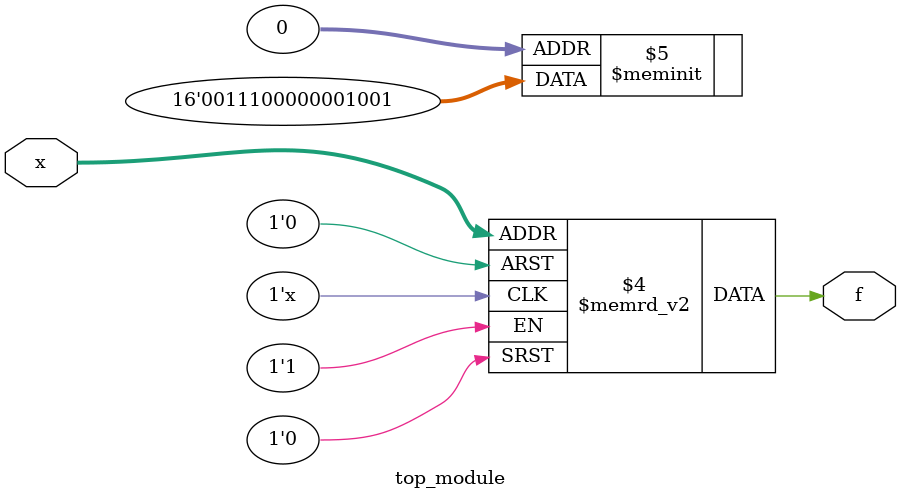
<source format=sv>
module top_module (
	input [4:1] x,
	output logic f
);
	always_comb begin
		case (x)
			4'b0000 : f = 1;
			4'b0001 : f = 0;
			4'b0011 : f = 1;
			4'b0101 : f = 0;
			4'b0110 : f = 0;
			4'b0111 : f = 0;
			4'b1001 : f = 0;
			4'b1011 : f = 1;
			4'b1100 : f = 1;
			4'b1101 : f = 1;
			default : f = 0;
		endcase
	end
endmodule

</source>
